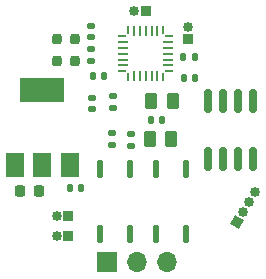
<source format=gts>
G04 #@! TF.GenerationSoftware,KiCad,Pcbnew,(6.0.7)*
G04 #@! TF.CreationDate,2023-04-27T15:14:37-07:00*
G04 #@! TF.ProjectId,OBC-Attempt-3_Dual_Deploy,4f42432d-4174-4746-956d-70742d335f44,rev?*
G04 #@! TF.SameCoordinates,Original*
G04 #@! TF.FileFunction,Soldermask,Top*
G04 #@! TF.FilePolarity,Negative*
%FSLAX46Y46*%
G04 Gerber Fmt 4.6, Leading zero omitted, Abs format (unit mm)*
G04 Created by KiCad (PCBNEW (6.0.7)) date 2023-04-27 15:14:37*
%MOMM*%
%LPD*%
G01*
G04 APERTURE LIST*
G04 Aperture macros list*
%AMRoundRect*
0 Rectangle with rounded corners*
0 $1 Rounding radius*
0 $2 $3 $4 $5 $6 $7 $8 $9 X,Y pos of 4 corners*
0 Add a 4 corners polygon primitive as box body*
4,1,4,$2,$3,$4,$5,$6,$7,$8,$9,$2,$3,0*
0 Add four circle primitives for the rounded corners*
1,1,$1+$1,$2,$3*
1,1,$1+$1,$4,$5*
1,1,$1+$1,$6,$7*
1,1,$1+$1,$8,$9*
0 Add four rect primitives between the rounded corners*
20,1,$1+$1,$2,$3,$4,$5,0*
20,1,$1+$1,$4,$5,$6,$7,0*
20,1,$1+$1,$6,$7,$8,$9,0*
20,1,$1+$1,$8,$9,$2,$3,0*%
%AMHorizOval*
0 Thick line with rounded ends*
0 $1 width*
0 $2 $3 position (X,Y) of the first rounded end (center of the circle)*
0 $4 $5 position (X,Y) of the second rounded end (center of the circle)*
0 Add line between two ends*
20,1,$1,$2,$3,$4,$5,0*
0 Add two circle primitives to create the rounded ends*
1,1,$1,$2,$3*
1,1,$1,$4,$5*%
%AMRotRect*
0 Rectangle, with rotation*
0 The origin of the aperture is its center*
0 $1 length*
0 $2 width*
0 $3 Rotation angle, in degrees counterclockwise*
0 Add horizontal line*
21,1,$1,$2,0,0,$3*%
%AMFreePoly0*
4,1,14,0.230680,0.111820,0.364320,-0.021821,0.377500,-0.053642,0.377500,-0.080000,0.364320,-0.111820,0.332500,-0.125000,-0.332500,-0.125000,-0.364320,-0.111820,-0.377500,-0.080000,-0.377500,0.080000,-0.364320,0.111820,-0.332500,0.125000,0.198860,0.125000,0.230680,0.111820,0.230680,0.111820,$1*%
%AMFreePoly1*
4,1,14,0.364320,0.111820,0.377500,0.080000,0.377501,0.053640,0.364318,0.021819,0.230680,-0.111820,0.198860,-0.125000,-0.332500,-0.125000,-0.364320,-0.111820,-0.377500,-0.080000,-0.377500,0.080000,-0.364320,0.111820,-0.332500,0.125000,0.332500,0.125000,0.364320,0.111820,0.364320,0.111820,$1*%
%AMFreePoly2*
4,1,15,0.053642,0.377500,0.080000,0.377500,0.111820,0.364320,0.125000,0.332500,0.125000,-0.332500,0.111820,-0.364320,0.080000,-0.377500,-0.080000,-0.377500,-0.111820,-0.364320,-0.125000,-0.332500,-0.125000,0.198860,-0.111820,0.230680,0.021820,0.364320,0.053640,0.377501,0.053642,0.377500,0.053642,0.377500,$1*%
%AMFreePoly3*
4,1,14,-0.021820,0.364320,0.111820,0.230679,0.125000,0.198858,0.125000,-0.332500,0.111820,-0.364320,0.080000,-0.377500,-0.080000,-0.377500,-0.111820,-0.364320,-0.125000,-0.332500,-0.125000,0.332500,-0.111820,0.364320,-0.080000,0.377500,-0.053640,0.377500,-0.021820,0.364320,-0.021820,0.364320,$1*%
%AMFreePoly4*
4,1,14,0.364320,0.111820,0.377500,0.080000,0.377500,-0.080000,0.364320,-0.111820,0.332500,-0.125000,-0.198860,-0.125001,-0.230681,-0.111818,-0.364320,0.021820,-0.377500,0.053640,-0.377500,0.080000,-0.364320,0.111820,-0.332500,0.125000,0.332500,0.125000,0.364320,0.111820,0.364320,0.111820,$1*%
%AMFreePoly5*
4,1,15,-0.198858,0.125000,0.332500,0.125000,0.364320,0.111820,0.377500,0.080000,0.377500,-0.080000,0.364320,-0.111820,0.332500,-0.125000,-0.332500,-0.125000,-0.364320,-0.111820,-0.377500,-0.080000,-0.377500,-0.053640,-0.364320,-0.021820,-0.230680,0.111820,-0.198860,0.125001,-0.198858,0.125000,-0.198858,0.125000,$1*%
%AMFreePoly6*
4,1,14,0.111820,0.364320,0.125000,0.332500,0.125001,-0.198860,0.111818,-0.230681,-0.021820,-0.364320,-0.053640,-0.377500,-0.080000,-0.377500,-0.111820,-0.364320,-0.125000,-0.332500,-0.125000,0.332500,-0.111820,0.364320,-0.080000,0.377500,0.080000,0.377500,0.111820,0.364320,0.111820,0.364320,$1*%
%AMFreePoly7*
4,1,14,0.111820,0.364320,0.125000,0.332500,0.125000,-0.332500,0.111820,-0.364320,0.080000,-0.377500,0.053640,-0.377501,0.021819,-0.364318,-0.111820,-0.230680,-0.125000,-0.198860,-0.125000,0.332500,-0.111820,0.364320,-0.080000,0.377500,0.080000,0.377500,0.111820,0.364320,0.111820,0.364320,$1*%
G04 Aperture macros list end*
%ADD10RoundRect,0.140000X-0.170000X0.140000X-0.170000X-0.140000X0.170000X-0.140000X0.170000X0.140000X0*%
%ADD11RoundRect,0.140000X0.170000X-0.140000X0.170000X0.140000X-0.170000X0.140000X-0.170000X-0.140000X0*%
%ADD12R,1.500000X2.000000*%
%ADD13R,3.800000X2.000000*%
%ADD14R,1.700000X1.700000*%
%ADD15O,1.700000X1.700000*%
%ADD16RoundRect,0.137500X-0.137500X0.587500X-0.137500X-0.587500X0.137500X-0.587500X0.137500X0.587500X0*%
%ADD17RoundRect,0.135000X0.185000X-0.135000X0.185000X0.135000X-0.185000X0.135000X-0.185000X-0.135000X0*%
%ADD18R,0.850000X0.850000*%
%ADD19O,0.850000X0.850000*%
%ADD20RoundRect,0.140000X-0.140000X-0.170000X0.140000X-0.170000X0.140000X0.170000X-0.140000X0.170000X0*%
%ADD21RoundRect,0.225000X0.225000X0.250000X-0.225000X0.250000X-0.225000X-0.250000X0.225000X-0.250000X0*%
%ADD22RoundRect,0.250000X-0.262500X-0.450000X0.262500X-0.450000X0.262500X0.450000X-0.262500X0.450000X0*%
%ADD23RoundRect,0.250000X0.262500X0.450000X-0.262500X0.450000X-0.262500X-0.450000X0.262500X-0.450000X0*%
%ADD24RotRect,0.850000X0.850000X150.000000*%
%ADD25HorizOval,0.850000X0.000000X0.000000X0.000000X0.000000X0*%
%ADD26RoundRect,0.140000X0.140000X0.170000X-0.140000X0.170000X-0.140000X-0.170000X0.140000X-0.170000X0*%
%ADD27RoundRect,0.150000X-0.150000X0.825000X-0.150000X-0.825000X0.150000X-0.825000X0.150000X0.825000X0*%
%ADD28RoundRect,0.200000X-0.200000X-0.250000X0.200000X-0.250000X0.200000X0.250000X-0.200000X0.250000X0*%
%ADD29RoundRect,0.135000X-0.185000X0.135000X-0.185000X-0.135000X0.185000X-0.135000X0.185000X0.135000X0*%
%ADD30FreePoly0,0.000000*%
%ADD31RoundRect,0.062500X-0.375000X-0.062500X0.375000X-0.062500X0.375000X0.062500X-0.375000X0.062500X0*%
%ADD32FreePoly1,0.000000*%
%ADD33FreePoly2,0.000000*%
%ADD34RoundRect,0.062500X-0.062500X-0.375000X0.062500X-0.375000X0.062500X0.375000X-0.062500X0.375000X0*%
%ADD35FreePoly3,0.000000*%
%ADD36FreePoly4,0.000000*%
%ADD37FreePoly5,0.000000*%
%ADD38FreePoly6,0.000000*%
%ADD39FreePoly7,0.000000*%
G04 APERTURE END LIST*
D10*
X150320000Y-104400000D03*
X150320000Y-105360000D03*
D11*
X150300000Y-103370000D03*
X150300000Y-102410000D03*
D12*
X143900000Y-114150000D03*
X146200000Y-114150000D03*
D13*
X146200000Y-107850000D03*
D12*
X148500000Y-114150000D03*
D14*
X151640000Y-122420000D03*
D15*
X154180000Y-122420000D03*
X156720000Y-122420000D03*
D16*
X153610000Y-114540000D03*
X151070000Y-114540000D03*
X151070000Y-120040000D03*
X153610000Y-120040000D03*
D17*
X152100000Y-112510000D03*
X152100000Y-111490000D03*
D18*
X158550000Y-103475000D03*
D19*
X158550000Y-102475000D03*
D20*
X158140001Y-105050000D03*
X159100001Y-105050000D03*
X148520000Y-116100000D03*
X149480000Y-116100000D03*
D18*
X154950000Y-101175000D03*
D19*
X153950000Y-101175000D03*
D21*
X145895000Y-116380000D03*
X144345000Y-116380000D03*
D22*
X155397500Y-108749999D03*
X157222500Y-108749999D03*
D23*
X157122500Y-111950000D03*
X155297500Y-111950000D03*
D20*
X158160001Y-106850000D03*
X159120001Y-106850000D03*
D24*
X162700000Y-119032051D03*
D25*
X163200000Y-118166026D03*
X163700000Y-117300000D03*
X164200000Y-116433975D03*
D18*
X148400000Y-120200000D03*
D19*
X147400000Y-120200000D03*
D10*
X150410000Y-108490000D03*
X150410000Y-109450000D03*
D26*
X151460000Y-106630000D03*
X150500000Y-106630000D03*
D27*
X164065000Y-108725000D03*
X162795000Y-108725000D03*
X161525000Y-108725000D03*
X160255000Y-108725000D03*
X160255000Y-113675000D03*
X161525000Y-113675000D03*
X162795000Y-113675000D03*
X164065000Y-113675000D03*
D28*
X147475000Y-103515000D03*
X147475000Y-105365000D03*
X148925000Y-105365000D03*
X148925000Y-103515000D03*
D29*
X153700000Y-111590000D03*
X153700000Y-112610000D03*
D30*
X152942500Y-103250000D03*
D31*
X153002500Y-103750000D03*
X153002500Y-104250000D03*
X153002500Y-104750000D03*
X153002500Y-105250000D03*
X153002500Y-105750000D03*
D32*
X152942500Y-106250000D03*
D33*
X153440000Y-106747500D03*
D34*
X153940000Y-106687500D03*
X154440000Y-106687500D03*
X154940000Y-106687500D03*
X155440000Y-106687500D03*
X155940000Y-106687500D03*
D35*
X156440000Y-106747500D03*
D36*
X156937500Y-106250000D03*
D31*
X156877500Y-105750000D03*
X156877500Y-105250000D03*
X156877500Y-104750000D03*
X156877500Y-104250000D03*
X156877500Y-103750000D03*
D37*
X156937500Y-103250000D03*
D38*
X156440000Y-102752500D03*
D34*
X155940000Y-102812500D03*
X155440000Y-102812500D03*
X154940000Y-102812500D03*
X154440000Y-102812500D03*
X153940000Y-102812500D03*
D39*
X153440000Y-102752500D03*
D18*
X148400000Y-118500000D03*
D19*
X147400000Y-118500000D03*
D26*
X156330000Y-110350000D03*
X155370000Y-110350000D03*
D16*
X158340000Y-114530000D03*
X155800000Y-114530000D03*
X155800000Y-120030000D03*
X158340000Y-120030000D03*
D29*
X152190000Y-108350000D03*
X152190000Y-109370000D03*
M02*

</source>
